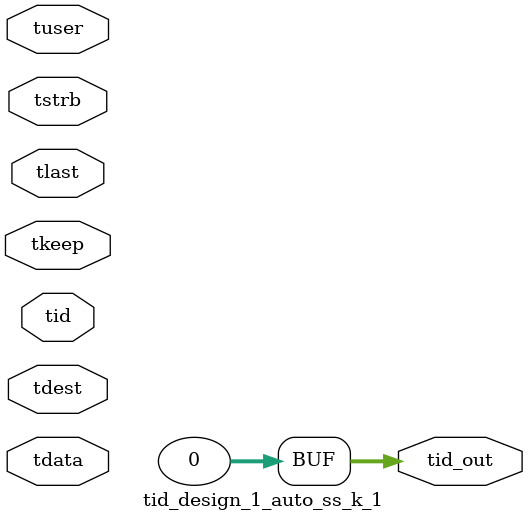
<source format=v>


`timescale 1ps/1ps

module tid_design_1_auto_ss_k_1 #
(
parameter C_S_AXIS_TID_WIDTH   = 1,
parameter C_S_AXIS_TUSER_WIDTH = 0,
parameter C_S_AXIS_TDATA_WIDTH = 0,
parameter C_S_AXIS_TDEST_WIDTH = 0,
parameter C_M_AXIS_TID_WIDTH   = 32
)
(
input  [(C_S_AXIS_TID_WIDTH   == 0 ? 1 : C_S_AXIS_TID_WIDTH)-1:0       ] tid,
input  [(C_S_AXIS_TDATA_WIDTH == 0 ? 1 : C_S_AXIS_TDATA_WIDTH)-1:0     ] tdata,
input  [(C_S_AXIS_TUSER_WIDTH == 0 ? 1 : C_S_AXIS_TUSER_WIDTH)-1:0     ] tuser,
input  [(C_S_AXIS_TDEST_WIDTH == 0 ? 1 : C_S_AXIS_TDEST_WIDTH)-1:0     ] tdest,
input  [(C_S_AXIS_TDATA_WIDTH/8)-1:0 ] tkeep,
input  [(C_S_AXIS_TDATA_WIDTH/8)-1:0 ] tstrb,
input                                                                    tlast,
output [(C_M_AXIS_TID_WIDTH   == 0 ? 1 : C_M_AXIS_TID_WIDTH)-1:0       ] tid_out
);

assign tid_out = {1'b0};

endmodule


</source>
